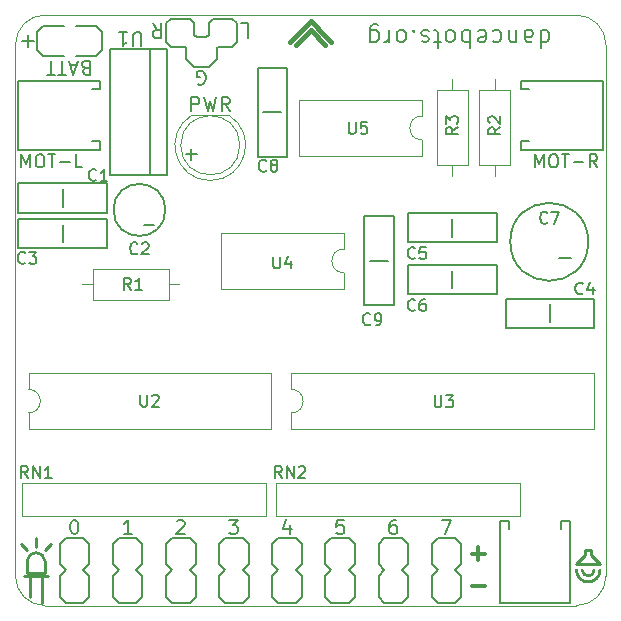
<source format=gbr>
G04 #@! TF.FileFunction,Legend,Top*
%FSLAX46Y46*%
G04 Gerber Fmt 4.6, Leading zero omitted, Abs format (unit mm)*
G04 Created by KiCad (PCBNEW 4.0.2+dfsg1-stable) date Mon 02 Okt 2017 19:03:43 CEST*
%MOMM*%
G01*
G04 APERTURE LIST*
%ADD10C,0.100000*%
%ADD11C,0.400000*%
%ADD12C,0.300000*%
%ADD13C,0.200000*%
%ADD14C,0.170000*%
%ADD15C,0.250000*%
%ADD16C,0.120000*%
%ADD17C,0.150000*%
G04 APERTURE END LIST*
D10*
D11*
X23750000Y48250000D02*
X23250000Y47750000D01*
X26250000Y48250000D02*
X26750000Y47750000D01*
X25000000Y48750000D02*
X23750000Y47500000D01*
X25000000Y48750000D02*
X26250000Y47500000D01*
X25000000Y49500000D02*
X26250000Y48250000D01*
X25000000Y49500000D02*
X23750000Y48250000D01*
D12*
X38628572Y1692857D02*
X39771429Y1692857D01*
X38628572Y4392857D02*
X39771429Y4392857D01*
X39200000Y3821429D02*
X39200000Y4964286D01*
D13*
X14442857Y38214286D02*
X15357143Y38214286D01*
X14900000Y37757143D02*
X14900000Y38671429D01*
D14*
X14900000Y41857143D02*
X14900000Y43057143D01*
X15357143Y43057143D01*
X15471429Y43000000D01*
X15528572Y42942857D01*
X15585715Y42828571D01*
X15585715Y42657143D01*
X15528572Y42542857D01*
X15471429Y42485714D01*
X15357143Y42428571D01*
X14900000Y42428571D01*
X15985715Y43057143D02*
X16271429Y41857143D01*
X16500000Y42714286D01*
X16728572Y41857143D01*
X17014286Y43057143D01*
X18157144Y41857143D02*
X17757144Y42428571D01*
X17471429Y41857143D02*
X17471429Y43057143D01*
X17928572Y43057143D01*
X18042858Y43000000D01*
X18100001Y42942857D01*
X18157144Y42828571D01*
X18157144Y42657143D01*
X18100001Y42542857D01*
X18042858Y42485714D01*
X17928572Y42428571D01*
X17471429Y42428571D01*
X511905Y37102381D02*
X511905Y38202381D01*
X878571Y37416667D01*
X1245238Y38202381D01*
X1245238Y37102381D01*
X1978572Y38202381D02*
X2188095Y38202381D01*
X2292857Y38150000D01*
X2397619Y38045238D01*
X2450000Y37835714D01*
X2450000Y37469048D01*
X2397619Y37259524D01*
X2292857Y37154762D01*
X2188095Y37102381D01*
X1978572Y37102381D01*
X1873810Y37154762D01*
X1769048Y37259524D01*
X1716667Y37469048D01*
X1716667Y37835714D01*
X1769048Y38045238D01*
X1873810Y38150000D01*
X1978572Y38202381D01*
X2764286Y38202381D02*
X3392857Y38202381D01*
X3078572Y37102381D02*
X3078572Y38202381D01*
X3759524Y37521429D02*
X4597619Y37521429D01*
X5645238Y37102381D02*
X5121429Y37102381D01*
X5121429Y38202381D01*
X44007143Y37102381D02*
X44007143Y38202381D01*
X44373809Y37416667D01*
X44740476Y38202381D01*
X44740476Y37102381D01*
X45473810Y38202381D02*
X45683333Y38202381D01*
X45788095Y38150000D01*
X45892857Y38045238D01*
X45945238Y37835714D01*
X45945238Y37469048D01*
X45892857Y37259524D01*
X45788095Y37154762D01*
X45683333Y37102381D01*
X45473810Y37102381D01*
X45369048Y37154762D01*
X45264286Y37259524D01*
X45211905Y37469048D01*
X45211905Y37835714D01*
X45264286Y38045238D01*
X45369048Y38150000D01*
X45473810Y38202381D01*
X46259524Y38202381D02*
X46888095Y38202381D01*
X46573810Y37102381D02*
X46573810Y38202381D01*
X47254762Y37521429D02*
X48092857Y37521429D01*
X49245238Y37102381D02*
X48878572Y37626190D01*
X48616667Y37102381D02*
X48616667Y38202381D01*
X49035714Y38202381D01*
X49140476Y38150000D01*
X49192857Y38097619D01*
X49245238Y37992857D01*
X49245238Y37835714D01*
X49192857Y37730952D01*
X49140476Y37678571D01*
X49035714Y37626190D01*
X48616667Y37626190D01*
D13*
X44492857Y48728571D02*
X44492857Y47228571D01*
X44492857Y48657143D02*
X44635714Y48728571D01*
X44921428Y48728571D01*
X45064286Y48657143D01*
X45135714Y48585714D01*
X45207143Y48442857D01*
X45207143Y48014286D01*
X45135714Y47871429D01*
X45064286Y47800000D01*
X44921428Y47728571D01*
X44635714Y47728571D01*
X44492857Y47800000D01*
X43135714Y48728571D02*
X43135714Y47942857D01*
X43207143Y47800000D01*
X43350000Y47728571D01*
X43635714Y47728571D01*
X43778571Y47800000D01*
X43135714Y48657143D02*
X43278571Y48728571D01*
X43635714Y48728571D01*
X43778571Y48657143D01*
X43850000Y48514286D01*
X43850000Y48371429D01*
X43778571Y48228571D01*
X43635714Y48157143D01*
X43278571Y48157143D01*
X43135714Y48085714D01*
X42421428Y47728571D02*
X42421428Y48728571D01*
X42421428Y47871429D02*
X42350000Y47800000D01*
X42207142Y47728571D01*
X41992857Y47728571D01*
X41850000Y47800000D01*
X41778571Y47942857D01*
X41778571Y48728571D01*
X40421428Y48657143D02*
X40564285Y48728571D01*
X40849999Y48728571D01*
X40992857Y48657143D01*
X41064285Y48585714D01*
X41135714Y48442857D01*
X41135714Y48014286D01*
X41064285Y47871429D01*
X40992857Y47800000D01*
X40849999Y47728571D01*
X40564285Y47728571D01*
X40421428Y47800000D01*
X39207143Y48657143D02*
X39350000Y48728571D01*
X39635714Y48728571D01*
X39778571Y48657143D01*
X39850000Y48514286D01*
X39850000Y47942857D01*
X39778571Y47800000D01*
X39635714Y47728571D01*
X39350000Y47728571D01*
X39207143Y47800000D01*
X39135714Y47942857D01*
X39135714Y48085714D01*
X39850000Y48228571D01*
X38492857Y48728571D02*
X38492857Y47228571D01*
X38492857Y47800000D02*
X38350000Y47728571D01*
X38064286Y47728571D01*
X37921429Y47800000D01*
X37850000Y47871429D01*
X37778571Y48014286D01*
X37778571Y48442857D01*
X37850000Y48585714D01*
X37921429Y48657143D01*
X38064286Y48728571D01*
X38350000Y48728571D01*
X38492857Y48657143D01*
X36921428Y48728571D02*
X37064286Y48657143D01*
X37135714Y48585714D01*
X37207143Y48442857D01*
X37207143Y48014286D01*
X37135714Y47871429D01*
X37064286Y47800000D01*
X36921428Y47728571D01*
X36707143Y47728571D01*
X36564286Y47800000D01*
X36492857Y47871429D01*
X36421428Y48014286D01*
X36421428Y48442857D01*
X36492857Y48585714D01*
X36564286Y48657143D01*
X36707143Y48728571D01*
X36921428Y48728571D01*
X35992857Y47728571D02*
X35421428Y47728571D01*
X35778571Y47228571D02*
X35778571Y48514286D01*
X35707143Y48657143D01*
X35564285Y48728571D01*
X35421428Y48728571D01*
X34992857Y48657143D02*
X34850000Y48728571D01*
X34564285Y48728571D01*
X34421428Y48657143D01*
X34350000Y48514286D01*
X34350000Y48442857D01*
X34421428Y48300000D01*
X34564285Y48228571D01*
X34778571Y48228571D01*
X34921428Y48157143D01*
X34992857Y48014286D01*
X34992857Y47942857D01*
X34921428Y47800000D01*
X34778571Y47728571D01*
X34564285Y47728571D01*
X34421428Y47800000D01*
X33707142Y48585714D02*
X33635714Y48657143D01*
X33707142Y48728571D01*
X33778571Y48657143D01*
X33707142Y48585714D01*
X33707142Y48728571D01*
X32778570Y48728571D02*
X32921428Y48657143D01*
X32992856Y48585714D01*
X33064285Y48442857D01*
X33064285Y48014286D01*
X32992856Y47871429D01*
X32921428Y47800000D01*
X32778570Y47728571D01*
X32564285Y47728571D01*
X32421428Y47800000D01*
X32349999Y47871429D01*
X32278570Y48014286D01*
X32278570Y48442857D01*
X32349999Y48585714D01*
X32421428Y48657143D01*
X32564285Y48728571D01*
X32778570Y48728571D01*
X31635713Y48728571D02*
X31635713Y47728571D01*
X31635713Y48014286D02*
X31564285Y47871429D01*
X31492856Y47800000D01*
X31349999Y47728571D01*
X31207142Y47728571D01*
X30064285Y47728571D02*
X30064285Y48942857D01*
X30135714Y49085714D01*
X30207142Y49157143D01*
X30349999Y49228571D01*
X30564285Y49228571D01*
X30707142Y49157143D01*
X30064285Y48657143D02*
X30207142Y48728571D01*
X30492856Y48728571D01*
X30635714Y48657143D01*
X30707142Y48585714D01*
X30778571Y48442857D01*
X30778571Y48014286D01*
X30707142Y47871429D01*
X30635714Y47800000D01*
X30492856Y47728571D01*
X30207142Y47728571D01*
X30064285Y47800000D01*
D14*
X36100001Y7257143D02*
X36900001Y7257143D01*
X36385715Y6057143D01*
X32228572Y7257143D02*
X32000001Y7257143D01*
X31885715Y7200000D01*
X31828572Y7142857D01*
X31714286Y6971429D01*
X31657143Y6742857D01*
X31657143Y6285714D01*
X31714286Y6171429D01*
X31771429Y6114286D01*
X31885715Y6057143D01*
X32114286Y6057143D01*
X32228572Y6114286D01*
X32285715Y6171429D01*
X32342858Y6285714D01*
X32342858Y6571429D01*
X32285715Y6685714D01*
X32228572Y6742857D01*
X32114286Y6800000D01*
X31885715Y6800000D01*
X31771429Y6742857D01*
X31714286Y6685714D01*
X31657143Y6571429D01*
X27785715Y7257143D02*
X27214286Y7257143D01*
X27157143Y6685714D01*
X27214286Y6742857D01*
X27328572Y6800000D01*
X27614286Y6800000D01*
X27728572Y6742857D01*
X27785715Y6685714D01*
X27842858Y6571429D01*
X27842858Y6285714D01*
X27785715Y6171429D01*
X27728572Y6114286D01*
X27614286Y6057143D01*
X27328572Y6057143D01*
X27214286Y6114286D01*
X27157143Y6171429D01*
X23228572Y6857143D02*
X23228572Y6057143D01*
X22942858Y7314286D02*
X22657143Y6457143D01*
X23400001Y6457143D01*
X18100001Y7257143D02*
X18842858Y7257143D01*
X18442858Y6800000D01*
X18614286Y6800000D01*
X18728572Y6742857D01*
X18785715Y6685714D01*
X18842858Y6571429D01*
X18842858Y6285714D01*
X18785715Y6171429D01*
X18728572Y6114286D01*
X18614286Y6057143D01*
X18271429Y6057143D01*
X18157143Y6114286D01*
X18100001Y6171429D01*
X13657143Y7142857D02*
X13714286Y7200000D01*
X13828572Y7257143D01*
X14114286Y7257143D01*
X14228572Y7200000D01*
X14285715Y7142857D01*
X14342858Y7028571D01*
X14342858Y6914286D01*
X14285715Y6742857D01*
X13600001Y6057143D01*
X14342858Y6057143D01*
X9842858Y6057143D02*
X9157143Y6057143D01*
X9500001Y6057143D02*
X9500001Y7257143D01*
X9385715Y7085714D01*
X9271429Y6971429D01*
X9157143Y6914286D01*
X4942858Y7257143D02*
X5057143Y7257143D01*
X5171429Y7200000D01*
X5228572Y7142857D01*
X5285715Y7028571D01*
X5342858Y6800000D01*
X5342858Y6514286D01*
X5285715Y6285714D01*
X5228572Y6171429D01*
X5171429Y6114286D01*
X5057143Y6057143D01*
X4942858Y6057143D01*
X4828572Y6114286D01*
X4771429Y6171429D01*
X4714286Y6285714D01*
X4657143Y6514286D01*
X4657143Y6800000D01*
X4714286Y7028571D01*
X4771429Y7142857D01*
X4828572Y7200000D01*
X4942858Y7257143D01*
X10664286Y47342857D02*
X10664286Y48314286D01*
X10607143Y48428571D01*
X10550000Y48485714D01*
X10435714Y48542857D01*
X10207143Y48542857D01*
X10092857Y48485714D01*
X10035714Y48428571D01*
X9978571Y48314286D01*
X9978571Y47342857D01*
X8778571Y48542857D02*
X9464286Y48542857D01*
X9121428Y48542857D02*
X9121428Y47342857D01*
X9235714Y47514286D01*
X9350000Y47628571D01*
X9464286Y47685714D01*
X11628571Y49292857D02*
X12028571Y48721429D01*
X12314286Y49292857D02*
X12314286Y48092857D01*
X11857143Y48092857D01*
X11742857Y48150000D01*
X11685714Y48207143D01*
X11628571Y48321429D01*
X11628571Y48492857D01*
X11685714Y48607143D01*
X11742857Y48664286D01*
X11857143Y48721429D01*
X12314286Y48721429D01*
X19128571Y49292857D02*
X19700000Y49292857D01*
X19700000Y48092857D01*
X15435714Y44150000D02*
X15550000Y44092857D01*
X15721429Y44092857D01*
X15892857Y44150000D01*
X16007143Y44264286D01*
X16064286Y44378571D01*
X16121429Y44607143D01*
X16121429Y44778571D01*
X16064286Y45007143D01*
X16007143Y45121429D01*
X15892857Y45235714D01*
X15721429Y45292857D01*
X15607143Y45292857D01*
X15435714Y45235714D01*
X15378571Y45178571D01*
X15378571Y44778571D01*
X15607143Y44778571D01*
X5942857Y45514286D02*
X5771428Y45571429D01*
X5714285Y45628571D01*
X5657142Y45742857D01*
X5657142Y45914286D01*
X5714285Y46028571D01*
X5771428Y46085714D01*
X5885714Y46142857D01*
X6342857Y46142857D01*
X6342857Y44942857D01*
X5942857Y44942857D01*
X5828571Y45000000D01*
X5771428Y45057143D01*
X5714285Y45171429D01*
X5714285Y45285714D01*
X5771428Y45400000D01*
X5828571Y45457143D01*
X5942857Y45514286D01*
X6342857Y45514286D01*
X5200000Y45800000D02*
X4628571Y45800000D01*
X5314285Y46142857D02*
X4914285Y44942857D01*
X4514285Y46142857D01*
X4285714Y44942857D02*
X3600000Y44942857D01*
X3942857Y46142857D02*
X3942857Y44942857D01*
X3371428Y44942857D02*
X2685714Y44942857D01*
X3028571Y46142857D02*
X3028571Y44942857D01*
D15*
X48750000Y4750000D02*
X48750000Y4250000D01*
X48250000Y4750000D02*
X48750000Y4750000D01*
X48250000Y4250000D02*
X48250000Y4750000D01*
X48250000Y4250000D02*
X47500000Y3500000D01*
X49500000Y3500000D02*
X48750000Y4250000D01*
X47500000Y3500000D02*
X49500000Y3500000D01*
X48000000Y3000000D02*
G75*
G03X48500000Y2500000I500000J0D01*
G01*
X48500000Y2500000D02*
G75*
G03X49000000Y3000000I0J500000D01*
G01*
X48500000Y2000000D02*
G75*
G03X49500000Y3000000I0J1000000D01*
G01*
X47500000Y3000000D02*
G75*
G03X48500000Y2000000I1000000J0D01*
G01*
X1000000Y4750000D02*
X500000Y5250000D01*
X2500000Y4750000D02*
X3000000Y5250000D01*
X1750000Y5000000D02*
X1750000Y5750000D01*
X2250000Y2500000D02*
X2250000Y250000D01*
X1250000Y2500000D02*
X1250000Y750000D01*
X750000Y2500000D02*
X2750000Y2500000D01*
X2500000Y2750000D02*
X2500000Y3750000D01*
X1000000Y2750000D02*
X2500000Y2750000D01*
X1000000Y3750000D02*
X1000000Y2750000D01*
X1750000Y4500000D02*
G75*
G03X1000000Y3750000I0J-750000D01*
G01*
X2500000Y3750000D02*
G75*
G03X1750000Y4500000I-750000J0D01*
G01*
D10*
X0Y2500000D02*
G75*
G03X2500000Y0I2500000J0D01*
G01*
X47500000Y0D02*
G75*
G03X50000000Y2500000I0J2500000D01*
G01*
X50000000Y2500000D02*
X50000000Y47500000D01*
X2500000Y0D02*
X47500000Y0D01*
X0Y47500000D02*
X0Y2500000D01*
X50000000Y47500000D02*
G75*
G03X47500000Y50000000I-2500000J0D01*
G01*
X2500000Y50000000D02*
G75*
G03X0Y47500000I0J-2500000D01*
G01*
X2500000Y50000000D02*
X47500000Y50000000D01*
D13*
X1100000Y48300000D02*
X1100000Y47300000D01*
X1600000Y47800000D02*
X600000Y47800000D01*
X7350000Y48550000D02*
X7350000Y47050000D01*
X7350000Y47050000D02*
X6850000Y46550000D01*
X6850000Y46550000D02*
X5100000Y46550000D01*
X4100000Y46550000D02*
X2350000Y46550000D01*
X2350000Y46550000D02*
X1850000Y47050000D01*
X1850000Y47050000D02*
X1850000Y48550000D01*
X1850000Y48550000D02*
X2350000Y49050000D01*
X2350000Y49050000D02*
X4100000Y49050000D01*
X5100000Y49050000D02*
X6850000Y49050000D01*
X6850000Y49050000D02*
X7350000Y48550000D01*
X4000000Y35750000D02*
X250000Y35750000D01*
X250000Y35750000D02*
X250000Y33250000D01*
X250000Y33250000D02*
X7750000Y33250000D01*
X7750000Y33250000D02*
X7750000Y35750000D01*
X7750000Y35750000D02*
X4000000Y35750000D01*
X4000000Y33750000D02*
X4000000Y35250000D01*
X10900000Y32200000D02*
X11700000Y32200000D01*
X12700000Y33500000D02*
G75*
G03X12700000Y33500000I-2200000J0D01*
G01*
X4000000Y32750000D02*
X250000Y32750000D01*
X250000Y32750000D02*
X250000Y30250000D01*
X250000Y30250000D02*
X7750000Y30250000D01*
X7750000Y30250000D02*
X7750000Y32750000D01*
X7750000Y32750000D02*
X4000000Y32750000D01*
X4000000Y30750000D02*
X4000000Y32250000D01*
X45250000Y23500000D02*
X49000000Y23500000D01*
X49000000Y23500000D02*
X49000000Y26000000D01*
X49000000Y26000000D02*
X41500000Y26000000D01*
X41500000Y26000000D02*
X41500000Y23500000D01*
X41500000Y23500000D02*
X45250000Y23500000D01*
X45250000Y25500000D02*
X45250000Y24000000D01*
X37000000Y30750000D02*
X40750000Y30750000D01*
X40750000Y30750000D02*
X40750000Y33250000D01*
X40750000Y33250000D02*
X33250000Y33250000D01*
X33250000Y33250000D02*
X33250000Y30750000D01*
X33250000Y30750000D02*
X37000000Y30750000D01*
X37000000Y32750000D02*
X37000000Y31250000D01*
X37000000Y26350000D02*
X40750000Y26350000D01*
X40750000Y26350000D02*
X40750000Y28850000D01*
X40750000Y28850000D02*
X33250000Y28850000D01*
X33250000Y28850000D02*
X33250000Y26350000D01*
X33250000Y26350000D02*
X37000000Y26350000D01*
X37000000Y28350000D02*
X37000000Y26850000D01*
X46000000Y29400000D02*
X47000000Y29400000D01*
X48500000Y30800000D02*
G75*
G03X48500000Y30800000I-3300000J0D01*
G01*
X20500000Y41750000D02*
X20500000Y38000000D01*
X20500000Y38000000D02*
X23000000Y38000000D01*
X23000000Y38000000D02*
X23000000Y45500000D01*
X23000000Y45500000D02*
X20500000Y45500000D01*
X20500000Y45500000D02*
X20500000Y41750000D01*
X22500000Y41750000D02*
X21000000Y41750000D01*
X32050000Y29200000D02*
X32050000Y32950000D01*
X32050000Y32950000D02*
X29550000Y32950000D01*
X29550000Y32950000D02*
X29550000Y25450000D01*
X29550000Y25450000D02*
X32050000Y25450000D01*
X32050000Y25450000D02*
X32050000Y29200000D01*
X30050000Y29200000D02*
X31550000Y29200000D01*
D16*
X16499538Y35990000D02*
G75*
G03X18044830Y41540000I462J2990000D01*
G01*
X16500462Y35990000D02*
G75*
G02X14955170Y41540000I-462J2990000D01*
G01*
X19000000Y38980000D02*
G75*
G03X19000000Y38980000I-2500000J0D01*
G01*
X18045000Y41540000D02*
X14955000Y41540000D01*
D13*
X4250000Y5750000D02*
X5750000Y5750000D01*
X5750000Y5750000D02*
X6250000Y5250000D01*
X6250000Y5250000D02*
X6250000Y3500000D01*
X6250000Y3500000D02*
X5750000Y3000000D01*
X5750000Y3000000D02*
X6250000Y2500000D01*
X6250000Y2500000D02*
X6250000Y750000D01*
X6250000Y750000D02*
X5750000Y250000D01*
X5750000Y250000D02*
X4250000Y250000D01*
X4250000Y250000D02*
X3750000Y750000D01*
X3750000Y750000D02*
X3750000Y2500000D01*
X3750000Y2500000D02*
X4250000Y3000000D01*
X4250000Y3000000D02*
X3750000Y3500000D01*
X3750000Y3500000D02*
X3750000Y5250000D01*
X3750000Y5250000D02*
X4250000Y5750000D01*
X8750000Y5750000D02*
X10250000Y5750000D01*
X10250000Y5750000D02*
X10750000Y5250000D01*
X10750000Y5250000D02*
X10750000Y3500000D01*
X10750000Y3500000D02*
X10250000Y3000000D01*
X10250000Y3000000D02*
X10750000Y2500000D01*
X10750000Y2500000D02*
X10750000Y750000D01*
X10750000Y750000D02*
X10250000Y250000D01*
X10250000Y250000D02*
X8750000Y250000D01*
X8750000Y250000D02*
X8250000Y750000D01*
X8250000Y750000D02*
X8250000Y2500000D01*
X8250000Y2500000D02*
X8750000Y3000000D01*
X8750000Y3000000D02*
X8250000Y3500000D01*
X8250000Y3500000D02*
X8250000Y5250000D01*
X8250000Y5250000D02*
X8750000Y5750000D01*
X13250000Y5750000D02*
X14750000Y5750000D01*
X14750000Y5750000D02*
X15250000Y5250000D01*
X15250000Y5250000D02*
X15250000Y3500000D01*
X15250000Y3500000D02*
X14750000Y3000000D01*
X14750000Y3000000D02*
X15250000Y2500000D01*
X15250000Y2500000D02*
X15250000Y750000D01*
X15250000Y750000D02*
X14750000Y250000D01*
X14750000Y250000D02*
X13250000Y250000D01*
X13250000Y250000D02*
X12750000Y750000D01*
X12750000Y750000D02*
X12750000Y2500000D01*
X12750000Y2500000D02*
X13250000Y3000000D01*
X13250000Y3000000D02*
X12750000Y3500000D01*
X12750000Y3500000D02*
X12750000Y5250000D01*
X12750000Y5250000D02*
X13250000Y5750000D01*
X17750000Y5750000D02*
X19250000Y5750000D01*
X19250000Y5750000D02*
X19750000Y5250000D01*
X19750000Y5250000D02*
X19750000Y3500000D01*
X19750000Y3500000D02*
X19250000Y3000000D01*
X19250000Y3000000D02*
X19750000Y2500000D01*
X19750000Y2500000D02*
X19750000Y750000D01*
X19750000Y750000D02*
X19250000Y250000D01*
X19250000Y250000D02*
X17750000Y250000D01*
X17750000Y250000D02*
X17250000Y750000D01*
X17250000Y750000D02*
X17250000Y2500000D01*
X17250000Y2500000D02*
X17750000Y3000000D01*
X17750000Y3000000D02*
X17250000Y3500000D01*
X17250000Y3500000D02*
X17250000Y5250000D01*
X17250000Y5250000D02*
X17750000Y5750000D01*
X22250000Y5750000D02*
X23750000Y5750000D01*
X23750000Y5750000D02*
X24250000Y5250000D01*
X24250000Y5250000D02*
X24250000Y3500000D01*
X24250000Y3500000D02*
X23750000Y3000000D01*
X23750000Y3000000D02*
X24250000Y2500000D01*
X24250000Y2500000D02*
X24250000Y750000D01*
X24250000Y750000D02*
X23750000Y250000D01*
X23750000Y250000D02*
X22250000Y250000D01*
X22250000Y250000D02*
X21750000Y750000D01*
X21750000Y750000D02*
X21750000Y2500000D01*
X21750000Y2500000D02*
X22250000Y3000000D01*
X22250000Y3000000D02*
X21750000Y3500000D01*
X21750000Y3500000D02*
X21750000Y5250000D01*
X21750000Y5250000D02*
X22250000Y5750000D01*
X26750000Y5750000D02*
X28250000Y5750000D01*
X28250000Y5750000D02*
X28750000Y5250000D01*
X28750000Y5250000D02*
X28750000Y3500000D01*
X28750000Y3500000D02*
X28250000Y3000000D01*
X28250000Y3000000D02*
X28750000Y2500000D01*
X28750000Y2500000D02*
X28750000Y750000D01*
X28750000Y750000D02*
X28250000Y250000D01*
X28250000Y250000D02*
X26750000Y250000D01*
X26750000Y250000D02*
X26250000Y750000D01*
X26250000Y750000D02*
X26250000Y2500000D01*
X26250000Y2500000D02*
X26750000Y3000000D01*
X26750000Y3000000D02*
X26250000Y3500000D01*
X26250000Y3500000D02*
X26250000Y5250000D01*
X26250000Y5250000D02*
X26750000Y5750000D01*
X31250000Y5750000D02*
X32750000Y5750000D01*
X32750000Y5750000D02*
X33250000Y5250000D01*
X33250000Y5250000D02*
X33250000Y3500000D01*
X33250000Y3500000D02*
X32750000Y3000000D01*
X32750000Y3000000D02*
X33250000Y2500000D01*
X33250000Y2500000D02*
X33250000Y750000D01*
X33250000Y750000D02*
X32750000Y250000D01*
X32750000Y250000D02*
X31250000Y250000D01*
X31250000Y250000D02*
X30750000Y750000D01*
X30750000Y750000D02*
X30750000Y2500000D01*
X30750000Y2500000D02*
X31250000Y3000000D01*
X31250000Y3000000D02*
X30750000Y3500000D01*
X30750000Y3500000D02*
X30750000Y5250000D01*
X30750000Y5250000D02*
X31250000Y5750000D01*
X35750000Y5750000D02*
X37250000Y5750000D01*
X37250000Y5750000D02*
X37750000Y5250000D01*
X37750000Y5250000D02*
X37750000Y3500000D01*
X37750000Y3500000D02*
X37250000Y3000000D01*
X37250000Y3000000D02*
X37750000Y2500000D01*
X37750000Y2500000D02*
X37750000Y750000D01*
X37750000Y750000D02*
X37250000Y250000D01*
X37250000Y250000D02*
X35750000Y250000D01*
X35750000Y250000D02*
X35250000Y750000D01*
X35250000Y750000D02*
X35250000Y2500000D01*
X35250000Y2500000D02*
X35750000Y3000000D01*
X35750000Y3000000D02*
X35250000Y3500000D01*
X35250000Y3500000D02*
X35250000Y5250000D01*
X35250000Y5250000D02*
X35750000Y5750000D01*
D17*
X11401000Y47084000D02*
X11401000Y36416000D01*
X7972000Y36416000D02*
X7972000Y47084000D01*
X12798000Y47084000D02*
X7972000Y47084000D01*
X12798000Y36416000D02*
X7972000Y36416000D01*
X12798000Y36416000D02*
X12798000Y47084000D01*
D16*
X1110000Y16310000D02*
X1110000Y14940000D01*
X1110000Y14940000D02*
X21670000Y14940000D01*
X21670000Y14940000D02*
X21670000Y19680000D01*
X21670000Y19680000D02*
X1110000Y19680000D01*
X1110000Y19680000D02*
X1110000Y18310000D01*
X1110000Y18310000D02*
G75*
G02X1110000Y16310000I0J-1000000D01*
G01*
X23360000Y16310000D02*
X23360000Y14940000D01*
X23360000Y14940000D02*
X49000000Y14940000D01*
X49000000Y14940000D02*
X49000000Y19680000D01*
X49000000Y19680000D02*
X23360000Y19680000D01*
X23360000Y19680000D02*
X23360000Y18310000D01*
X23360000Y18310000D02*
G75*
G02X23360000Y16310000I0J-1000000D01*
G01*
X27790000Y30190000D02*
X27790000Y31560000D01*
X27790000Y31560000D02*
X17390000Y31560000D01*
X17390000Y31560000D02*
X17390000Y26820000D01*
X17390000Y26820000D02*
X27790000Y26820000D01*
X27790000Y26820000D02*
X27790000Y28190000D01*
X27790000Y28190000D02*
G75*
G02X27790000Y30190000I0J1000000D01*
G01*
X34390000Y41440000D02*
X34390000Y42810000D01*
X34390000Y42810000D02*
X23990000Y42810000D01*
X23990000Y42810000D02*
X23990000Y38070000D01*
X23990000Y38070000D02*
X34390000Y38070000D01*
X34390000Y38070000D02*
X34390000Y39440000D01*
X34390000Y39440000D02*
G75*
G02X34390000Y41440000I0J1000000D01*
G01*
D13*
X17050000Y46300000D02*
X16350000Y45600000D01*
X16350000Y45600000D02*
X15150000Y45600000D01*
X15150000Y45600000D02*
X14450000Y46300000D01*
X17050000Y46300000D02*
X17050000Y47200000D01*
X17050000Y47200000D02*
X17150000Y47300000D01*
X14450000Y46300000D02*
X14450000Y47200000D01*
X14450000Y47200000D02*
X14350000Y47300000D01*
X16750000Y49700000D02*
X16350000Y49300000D01*
X16350000Y49300000D02*
X16350000Y48300000D01*
X16350000Y48300000D02*
X16150000Y48100000D01*
X16150000Y48100000D02*
X15350000Y48100000D01*
X15350000Y48100000D02*
X15150000Y48300000D01*
X15150000Y48300000D02*
X15150000Y49300000D01*
X15150000Y49300000D02*
X14750000Y49700000D01*
X14750000Y49700000D02*
X13150000Y49700000D01*
X13150000Y49700000D02*
X12750000Y49300000D01*
X12750000Y49300000D02*
X12750000Y47700000D01*
X12750000Y47700000D02*
X13150000Y47300000D01*
X13150000Y47300000D02*
X14350000Y47300000D01*
X17150000Y47300000D02*
X18350000Y47300000D01*
X18350000Y47300000D02*
X18750000Y47700000D01*
X18750000Y47700000D02*
X18750000Y49300000D01*
X16750000Y49700000D02*
X18350000Y49700000D01*
X18350000Y49700000D02*
X18750000Y49300000D01*
D16*
X22060000Y10400000D02*
X22060000Y7600000D01*
X22060000Y7600000D02*
X42720000Y7600000D01*
X42720000Y7600000D02*
X42720000Y10400000D01*
X42720000Y10400000D02*
X22060000Y10400000D01*
X560000Y10400000D02*
X560000Y7600000D01*
X560000Y7600000D02*
X21220000Y7600000D01*
X21220000Y7600000D02*
X21220000Y10400000D01*
X21220000Y10400000D02*
X560000Y10400000D01*
X35690000Y37270000D02*
X38310000Y37270000D01*
X38310000Y37270000D02*
X38310000Y43690000D01*
X38310000Y43690000D02*
X35690000Y43690000D01*
X35690000Y43690000D02*
X35690000Y37270000D01*
X37000000Y36380000D02*
X37000000Y37270000D01*
X37000000Y44580000D02*
X37000000Y43690000D01*
X39290000Y37270000D02*
X41910000Y37270000D01*
X41910000Y37270000D02*
X41910000Y43690000D01*
X41910000Y43690000D02*
X39290000Y43690000D01*
X39290000Y43690000D02*
X39290000Y37270000D01*
X40600000Y36380000D02*
X40600000Y37270000D01*
X40600000Y44580000D02*
X40600000Y43690000D01*
X6570000Y28510000D02*
X6570000Y25890000D01*
X6570000Y25890000D02*
X12990000Y25890000D01*
X12990000Y25890000D02*
X12990000Y28510000D01*
X12990000Y28510000D02*
X6570000Y28510000D01*
X5680000Y27200000D02*
X6570000Y27200000D01*
X13880000Y27200000D02*
X12990000Y27200000D01*
D13*
X7200000Y38550000D02*
X7200000Y39300000D01*
X7200000Y39300000D02*
X6500000Y39300000D01*
X7200000Y44450000D02*
X7200000Y43700000D01*
X7200000Y43700000D02*
X6500000Y43700000D01*
X250000Y38550000D02*
X7200000Y38550000D01*
X250000Y44450000D02*
X7200000Y44450000D01*
X250000Y44450000D02*
X250000Y38550000D01*
X42800000Y44450000D02*
X42800000Y43700000D01*
X42800000Y43700000D02*
X43500000Y43700000D01*
X42800000Y38550000D02*
X42800000Y39300000D01*
X42800000Y39300000D02*
X43500000Y39300000D01*
X49750000Y44450000D02*
X42800000Y44450000D01*
X49750000Y38550000D02*
X42800000Y38550000D01*
X49750000Y38550000D02*
X49750000Y44450000D01*
X46950000Y7200000D02*
X46200000Y7200000D01*
X46200000Y7200000D02*
X46200000Y6500000D01*
X41050000Y7200000D02*
X41800000Y7200000D01*
X41800000Y7200000D02*
X41800000Y6500000D01*
X46950000Y250000D02*
X46950000Y7200000D01*
X41050000Y250000D02*
X41050000Y7200000D01*
X41050000Y250000D02*
X46950000Y250000D01*
D17*
X6833334Y36042857D02*
X6785715Y35995238D01*
X6642858Y35947619D01*
X6547620Y35947619D01*
X6404762Y35995238D01*
X6309524Y36090476D01*
X6261905Y36185714D01*
X6214286Y36376190D01*
X6214286Y36519048D01*
X6261905Y36709524D01*
X6309524Y36804762D01*
X6404762Y36900000D01*
X6547620Y36947619D01*
X6642858Y36947619D01*
X6785715Y36900000D01*
X6833334Y36852381D01*
X7785715Y35947619D02*
X7214286Y35947619D01*
X7500000Y35947619D02*
X7500000Y36947619D01*
X7404762Y36804762D01*
X7309524Y36709524D01*
X7214286Y36661905D01*
X10333334Y29842857D02*
X10285715Y29795238D01*
X10142858Y29747619D01*
X10047620Y29747619D01*
X9904762Y29795238D01*
X9809524Y29890476D01*
X9761905Y29985714D01*
X9714286Y30176190D01*
X9714286Y30319048D01*
X9761905Y30509524D01*
X9809524Y30604762D01*
X9904762Y30700000D01*
X10047620Y30747619D01*
X10142858Y30747619D01*
X10285715Y30700000D01*
X10333334Y30652381D01*
X10714286Y30652381D02*
X10761905Y30700000D01*
X10857143Y30747619D01*
X11095239Y30747619D01*
X11190477Y30700000D01*
X11238096Y30652381D01*
X11285715Y30557143D01*
X11285715Y30461905D01*
X11238096Y30319048D01*
X10666667Y29747619D01*
X11285715Y29747619D01*
X833334Y29042857D02*
X785715Y28995238D01*
X642858Y28947619D01*
X547620Y28947619D01*
X404762Y28995238D01*
X309524Y29090476D01*
X261905Y29185714D01*
X214286Y29376190D01*
X214286Y29519048D01*
X261905Y29709524D01*
X309524Y29804762D01*
X404762Y29900000D01*
X547620Y29947619D01*
X642858Y29947619D01*
X785715Y29900000D01*
X833334Y29852381D01*
X1166667Y29947619D02*
X1785715Y29947619D01*
X1452381Y29566667D01*
X1595239Y29566667D01*
X1690477Y29519048D01*
X1738096Y29471429D01*
X1785715Y29376190D01*
X1785715Y29138095D01*
X1738096Y29042857D01*
X1690477Y28995238D01*
X1595239Y28947619D01*
X1309524Y28947619D01*
X1214286Y28995238D01*
X1166667Y29042857D01*
X48033334Y26442857D02*
X47985715Y26395238D01*
X47842858Y26347619D01*
X47747620Y26347619D01*
X47604762Y26395238D01*
X47509524Y26490476D01*
X47461905Y26585714D01*
X47414286Y26776190D01*
X47414286Y26919048D01*
X47461905Y27109524D01*
X47509524Y27204762D01*
X47604762Y27300000D01*
X47747620Y27347619D01*
X47842858Y27347619D01*
X47985715Y27300000D01*
X48033334Y27252381D01*
X48890477Y27014286D02*
X48890477Y26347619D01*
X48652381Y27395238D02*
X48414286Y26680952D01*
X49033334Y26680952D01*
X33833334Y29442857D02*
X33785715Y29395238D01*
X33642858Y29347619D01*
X33547620Y29347619D01*
X33404762Y29395238D01*
X33309524Y29490476D01*
X33261905Y29585714D01*
X33214286Y29776190D01*
X33214286Y29919048D01*
X33261905Y30109524D01*
X33309524Y30204762D01*
X33404762Y30300000D01*
X33547620Y30347619D01*
X33642858Y30347619D01*
X33785715Y30300000D01*
X33833334Y30252381D01*
X34738096Y30347619D02*
X34261905Y30347619D01*
X34214286Y29871429D01*
X34261905Y29919048D01*
X34357143Y29966667D01*
X34595239Y29966667D01*
X34690477Y29919048D01*
X34738096Y29871429D01*
X34785715Y29776190D01*
X34785715Y29538095D01*
X34738096Y29442857D01*
X34690477Y29395238D01*
X34595239Y29347619D01*
X34357143Y29347619D01*
X34261905Y29395238D01*
X34214286Y29442857D01*
X33833334Y25042857D02*
X33785715Y24995238D01*
X33642858Y24947619D01*
X33547620Y24947619D01*
X33404762Y24995238D01*
X33309524Y25090476D01*
X33261905Y25185714D01*
X33214286Y25376190D01*
X33214286Y25519048D01*
X33261905Y25709524D01*
X33309524Y25804762D01*
X33404762Y25900000D01*
X33547620Y25947619D01*
X33642858Y25947619D01*
X33785715Y25900000D01*
X33833334Y25852381D01*
X34690477Y25947619D02*
X34500000Y25947619D01*
X34404762Y25900000D01*
X34357143Y25852381D01*
X34261905Y25709524D01*
X34214286Y25519048D01*
X34214286Y25138095D01*
X34261905Y25042857D01*
X34309524Y24995238D01*
X34404762Y24947619D01*
X34595239Y24947619D01*
X34690477Y24995238D01*
X34738096Y25042857D01*
X34785715Y25138095D01*
X34785715Y25376190D01*
X34738096Y25471429D01*
X34690477Y25519048D01*
X34595239Y25566667D01*
X34404762Y25566667D01*
X34309524Y25519048D01*
X34261905Y25471429D01*
X34214286Y25376190D01*
X45033334Y32442857D02*
X44985715Y32395238D01*
X44842858Y32347619D01*
X44747620Y32347619D01*
X44604762Y32395238D01*
X44509524Y32490476D01*
X44461905Y32585714D01*
X44414286Y32776190D01*
X44414286Y32919048D01*
X44461905Y33109524D01*
X44509524Y33204762D01*
X44604762Y33300000D01*
X44747620Y33347619D01*
X44842858Y33347619D01*
X44985715Y33300000D01*
X45033334Y33252381D01*
X45366667Y33347619D02*
X46033334Y33347619D01*
X45604762Y32347619D01*
X21233334Y36842857D02*
X21185715Y36795238D01*
X21042858Y36747619D01*
X20947620Y36747619D01*
X20804762Y36795238D01*
X20709524Y36890476D01*
X20661905Y36985714D01*
X20614286Y37176190D01*
X20614286Y37319048D01*
X20661905Y37509524D01*
X20709524Y37604762D01*
X20804762Y37700000D01*
X20947620Y37747619D01*
X21042858Y37747619D01*
X21185715Y37700000D01*
X21233334Y37652381D01*
X21804762Y37319048D02*
X21709524Y37366667D01*
X21661905Y37414286D01*
X21614286Y37509524D01*
X21614286Y37557143D01*
X21661905Y37652381D01*
X21709524Y37700000D01*
X21804762Y37747619D01*
X21995239Y37747619D01*
X22090477Y37700000D01*
X22138096Y37652381D01*
X22185715Y37557143D01*
X22185715Y37509524D01*
X22138096Y37414286D01*
X22090477Y37366667D01*
X21995239Y37319048D01*
X21804762Y37319048D01*
X21709524Y37271429D01*
X21661905Y37223810D01*
X21614286Y37128571D01*
X21614286Y36938095D01*
X21661905Y36842857D01*
X21709524Y36795238D01*
X21804762Y36747619D01*
X21995239Y36747619D01*
X22090477Y36795238D01*
X22138096Y36842857D01*
X22185715Y36938095D01*
X22185715Y37128571D01*
X22138096Y37223810D01*
X22090477Y37271429D01*
X21995239Y37319048D01*
X30033334Y23842857D02*
X29985715Y23795238D01*
X29842858Y23747619D01*
X29747620Y23747619D01*
X29604762Y23795238D01*
X29509524Y23890476D01*
X29461905Y23985714D01*
X29414286Y24176190D01*
X29414286Y24319048D01*
X29461905Y24509524D01*
X29509524Y24604762D01*
X29604762Y24700000D01*
X29747620Y24747619D01*
X29842858Y24747619D01*
X29985715Y24700000D01*
X30033334Y24652381D01*
X30509524Y23747619D02*
X30700000Y23747619D01*
X30795239Y23795238D01*
X30842858Y23842857D01*
X30938096Y23985714D01*
X30985715Y24176190D01*
X30985715Y24557143D01*
X30938096Y24652381D01*
X30890477Y24700000D01*
X30795239Y24747619D01*
X30604762Y24747619D01*
X30509524Y24700000D01*
X30461905Y24652381D01*
X30414286Y24557143D01*
X30414286Y24319048D01*
X30461905Y24223810D01*
X30509524Y24176190D01*
X30604762Y24128571D01*
X30795239Y24128571D01*
X30890477Y24176190D01*
X30938096Y24223810D01*
X30985715Y24319048D01*
X10588095Y17847619D02*
X10588095Y17038095D01*
X10635714Y16942857D01*
X10683333Y16895238D01*
X10778571Y16847619D01*
X10969048Y16847619D01*
X11064286Y16895238D01*
X11111905Y16942857D01*
X11159524Y17038095D01*
X11159524Y17847619D01*
X11588095Y17752381D02*
X11635714Y17800000D01*
X11730952Y17847619D01*
X11969048Y17847619D01*
X12064286Y17800000D01*
X12111905Y17752381D01*
X12159524Y17657143D01*
X12159524Y17561905D01*
X12111905Y17419048D01*
X11540476Y16847619D01*
X12159524Y16847619D01*
X35488095Y17797619D02*
X35488095Y16988095D01*
X35535714Y16892857D01*
X35583333Y16845238D01*
X35678571Y16797619D01*
X35869048Y16797619D01*
X35964286Y16845238D01*
X36011905Y16892857D01*
X36059524Y16988095D01*
X36059524Y17797619D01*
X36440476Y17797619D02*
X37059524Y17797619D01*
X36726190Y17416667D01*
X36869048Y17416667D01*
X36964286Y17369048D01*
X37011905Y17321429D01*
X37059524Y17226190D01*
X37059524Y16988095D01*
X37011905Y16892857D01*
X36964286Y16845238D01*
X36869048Y16797619D01*
X36583333Y16797619D01*
X36488095Y16845238D01*
X36440476Y16892857D01*
X21838095Y29547619D02*
X21838095Y28738095D01*
X21885714Y28642857D01*
X21933333Y28595238D01*
X22028571Y28547619D01*
X22219048Y28547619D01*
X22314286Y28595238D01*
X22361905Y28642857D01*
X22409524Y28738095D01*
X22409524Y29547619D01*
X23314286Y29214286D02*
X23314286Y28547619D01*
X23076190Y29595238D02*
X22838095Y28880952D01*
X23457143Y28880952D01*
X28238095Y40947619D02*
X28238095Y40138095D01*
X28285714Y40042857D01*
X28333333Y39995238D01*
X28428571Y39947619D01*
X28619048Y39947619D01*
X28714286Y39995238D01*
X28761905Y40042857D01*
X28809524Y40138095D01*
X28809524Y40947619D01*
X29761905Y40947619D02*
X29285714Y40947619D01*
X29238095Y40471429D01*
X29285714Y40519048D01*
X29380952Y40566667D01*
X29619048Y40566667D01*
X29714286Y40519048D01*
X29761905Y40471429D01*
X29809524Y40376190D01*
X29809524Y40138095D01*
X29761905Y40042857D01*
X29714286Y39995238D01*
X29619048Y39947619D01*
X29380952Y39947619D01*
X29285714Y39995238D01*
X29238095Y40042857D01*
X22559524Y10797619D02*
X22226190Y11273810D01*
X21988095Y10797619D02*
X21988095Y11797619D01*
X22369048Y11797619D01*
X22464286Y11750000D01*
X22511905Y11702381D01*
X22559524Y11607143D01*
X22559524Y11464286D01*
X22511905Y11369048D01*
X22464286Y11321429D01*
X22369048Y11273810D01*
X21988095Y11273810D01*
X22988095Y10797619D02*
X22988095Y11797619D01*
X23559524Y10797619D01*
X23559524Y11797619D01*
X23988095Y11702381D02*
X24035714Y11750000D01*
X24130952Y11797619D01*
X24369048Y11797619D01*
X24464286Y11750000D01*
X24511905Y11702381D01*
X24559524Y11607143D01*
X24559524Y11511905D01*
X24511905Y11369048D01*
X23940476Y10797619D01*
X24559524Y10797619D01*
X1059524Y10797619D02*
X726190Y11273810D01*
X488095Y10797619D02*
X488095Y11797619D01*
X869048Y11797619D01*
X964286Y11750000D01*
X1011905Y11702381D01*
X1059524Y11607143D01*
X1059524Y11464286D01*
X1011905Y11369048D01*
X964286Y11321429D01*
X869048Y11273810D01*
X488095Y11273810D01*
X1488095Y10797619D02*
X1488095Y11797619D01*
X2059524Y10797619D01*
X2059524Y11797619D01*
X3059524Y10797619D02*
X2488095Y10797619D01*
X2773809Y10797619D02*
X2773809Y11797619D01*
X2678571Y11654762D01*
X2583333Y11559524D01*
X2488095Y11511905D01*
X37452381Y40483334D02*
X36976190Y40150000D01*
X37452381Y39911905D02*
X36452381Y39911905D01*
X36452381Y40292858D01*
X36500000Y40388096D01*
X36547619Y40435715D01*
X36642857Y40483334D01*
X36785714Y40483334D01*
X36880952Y40435715D01*
X36928571Y40388096D01*
X36976190Y40292858D01*
X36976190Y39911905D01*
X36452381Y40816667D02*
X36452381Y41435715D01*
X36833333Y41102381D01*
X36833333Y41245239D01*
X36880952Y41340477D01*
X36928571Y41388096D01*
X37023810Y41435715D01*
X37261905Y41435715D01*
X37357143Y41388096D01*
X37404762Y41340477D01*
X37452381Y41245239D01*
X37452381Y40959524D01*
X37404762Y40864286D01*
X37357143Y40816667D01*
X41052381Y40483334D02*
X40576190Y40150000D01*
X41052381Y39911905D02*
X40052381Y39911905D01*
X40052381Y40292858D01*
X40100000Y40388096D01*
X40147619Y40435715D01*
X40242857Y40483334D01*
X40385714Y40483334D01*
X40480952Y40435715D01*
X40528571Y40388096D01*
X40576190Y40292858D01*
X40576190Y39911905D01*
X40147619Y40864286D02*
X40100000Y40911905D01*
X40052381Y41007143D01*
X40052381Y41245239D01*
X40100000Y41340477D01*
X40147619Y41388096D01*
X40242857Y41435715D01*
X40338095Y41435715D01*
X40480952Y41388096D01*
X41052381Y40816667D01*
X41052381Y41435715D01*
X9783334Y26747619D02*
X9450000Y27223810D01*
X9211905Y26747619D02*
X9211905Y27747619D01*
X9592858Y27747619D01*
X9688096Y27700000D01*
X9735715Y27652381D01*
X9783334Y27557143D01*
X9783334Y27414286D01*
X9735715Y27319048D01*
X9688096Y27271429D01*
X9592858Y27223810D01*
X9211905Y27223810D01*
X10735715Y26747619D02*
X10164286Y26747619D01*
X10450000Y26747619D02*
X10450000Y27747619D01*
X10354762Y27604762D01*
X10259524Y27509524D01*
X10164286Y27461905D01*
M02*

</source>
